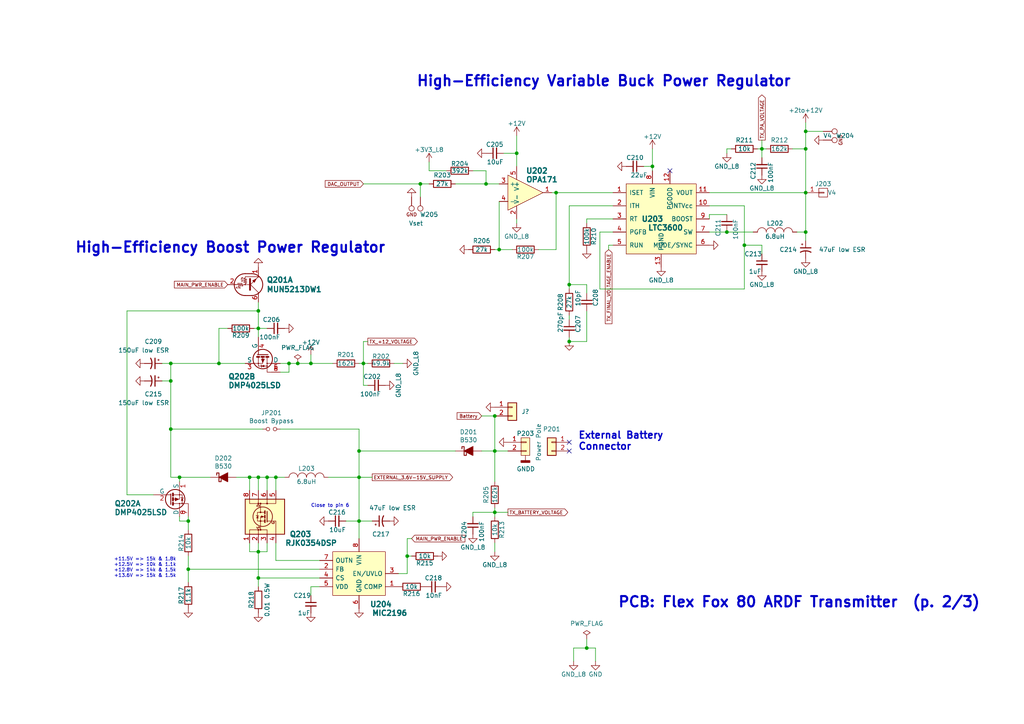
<source format=kicad_sch>
(kicad_sch (version 20211123) (generator eeschema)
  (paper "A4")
  (title_block (title "ARDF 2-Band Mini Transmitter") (date "2020-10-16") (rev "P2.1"))
  (junction (at 49.53 124.46))
  (junction (at 49.53 110.49))
  (junction (at 215.9 71.12))
  (junction (at 220.98 43.18))
  (junction (at 104.14 130.81))
  (junction (at 74.93 138.43))
  (junction (at 63.5 105.41))
  (junction (at 140.97 53.34))
  (junction (at 105.41 105.41))
  (junction (at 49.53 105.41))
  (junction (at 118.11 161.29))
  (junction (at 189.23 48.26))
  (junction (at 72.39 138.43))
  (junction (at 104.14 151.13))
  (junction (at 210.82 67.31))
  (junction (at 74.93 167.64))
  (junction (at 74.93 90.17))
  (junction (at 143.51 130.81))
  (junction (at 104.14 138.43))
  (junction (at 165.1 82.55))
  (junction (at 86.36 105.41))
  (junction (at 121.92 53.34))
  (junction (at 77.47 138.43))
  (junction (at 83.82 105.41))
  (junction (at 233.68 38.1))
  (junction (at 165.1 99.06))
  (junction (at 90.17 105.41))
  (junction (at 233.68 67.31))
  (junction (at 74.93 160.02))
  (junction (at 233.68 55.88))
  (junction (at 52.07 138.43))
  (junction (at 170.18 187.96))
  (junction (at 233.68 43.18))
  (junction (at 54.61 151.13))
  (junction (at 74.93 95.25))
  (junction (at 144.78 72.39))
  (junction (at 149.86 44.45))
  (junction (at 161.29 55.88))
  (junction (at 143.51 148.59))
  (junction (at 143.51 120.65))
  (junction (at 54.61 165.1))
  (junction (at 80.01 138.43))
  (no_connect (at 165.1 128.27))
  (no_connect (at 194.31 49.53))
  (no_connect (at 165.1 130.81))
  (wire (pts (xy 83.82 107.95) (xy 81.28 107.95)))
  (wire (pts (xy 90.17 102.87) (xy 90.17 105.41)))
  (wire (pts (xy 144.78 72.39) (xy 148.59 72.39)))
  (wire (pts (xy 74.93 167.64) (xy 74.93 160.02)))
  (wire (pts (xy 137.16 49.53) (xy 140.97 49.53)))
  (wire (pts (xy 233.68 43.18) (xy 233.68 55.88)))
  (wire (pts (xy 80.01 138.43) (xy 82.55 138.43)))
  (wire (pts (xy 74.93 90.17) (xy 74.93 95.25)))
  (wire (pts (xy 36.83 90.17) (xy 74.93 90.17)))
  (wire (pts (xy 210.82 44.45) (xy 210.82 43.18)))
  (wire (pts (xy 105.41 99.06) (xy 105.41 105.41)))
  (wire (pts (xy 161.29 55.88) (xy 177.8 55.88)))
  (wire (pts (xy 144.78 58.42) (xy 144.78 72.39)))
  (wire (pts (xy 86.36 105.41) (xy 83.82 105.41)))
  (wire (pts (xy 74.93 142.24) (xy 74.93 138.43)))
  (wire (pts (xy 83.82 105.41) (xy 83.82 107.95)))
  (wire (pts (xy 170.18 63.5) (xy 177.8 63.5)))
  (wire (pts (xy 215.9 59.69) (xy 215.9 71.12)))
  (wire (pts (xy 104.14 156.21) (xy 104.14 151.13)))
  (wire (pts (xy 210.82 43.18) (xy 212.09 43.18)))
  (wire (pts (xy 170.18 187.96) (xy 172.72 187.96)))
  (wire (pts (xy 156.21 72.39) (xy 161.29 72.39)))
  (wire (pts (xy 92.71 162.56) (xy 80.01 162.56)))
  (wire (pts (xy 132.08 53.34) (xy 140.97 53.34)))
  (wire (pts (xy 72.39 138.43) (xy 74.93 138.43)))
  (wire (pts (xy 238.76 38.1) (xy 233.68 38.1)))
  (wire (pts (xy 165.1 92.71) (xy 165.1 91.44)))
  (wire (pts (xy 74.93 138.43) (xy 77.47 138.43)))
  (wire (pts (xy 90.17 105.41) (xy 96.52 105.41)))
  (wire (pts (xy 233.68 55.88) (xy 233.68 67.31)))
  (wire (pts (xy 63.5 95.25) (xy 66.04 95.25)))
  (wire (pts (xy 77.47 138.43) (xy 80.01 138.43)))
  (wire (pts (xy 176.53 71.12) (xy 177.8 71.12)))
  (wire (pts (xy 90.17 170.18) (xy 92.71 170.18)))
  (wire (pts (xy 205.74 62.23) (xy 210.82 62.23)))
  (wire (pts (xy 119.38 156.21) (xy 118.11 156.21)))
  (wire (pts (xy 92.71 167.64) (xy 74.93 167.64)))
  (wire (pts (xy 137.16 148.59) (xy 137.16 149.86)))
  (wire (pts (xy 215.9 71.12) (xy 215.9 83.82)))
  (wire (pts (xy 46.99 110.49) (xy 49.53 110.49)))
  (wire (pts (xy 220.98 40.64) (xy 220.98 43.18)))
  (wire (pts (xy 107.95 151.13) (xy 104.14 151.13)))
  (wire (pts (xy 116.84 105.41) (xy 114.3 105.41)))
  (wire (pts (xy 170.18 185.42) (xy 170.18 187.96)))
  (wire (pts (xy 205.74 67.31) (xy 210.82 67.31)))
  (wire (pts (xy 170.18 82.55) (xy 165.1 82.55)))
  (wire (pts (xy 36.83 143.51) (xy 44.45 143.51)))
  (wire (pts (xy 220.98 71.12) (xy 220.98 73.66)))
  (wire (pts (xy 176.53 72.39) (xy 176.53 71.12)))
  (wire (pts (xy 140.97 49.53) (xy 140.97 53.34)))
  (wire (pts (xy 149.86 64.77) (xy 149.86 63.5)))
  (wire (pts (xy 170.18 99.06) (xy 165.1 99.06)))
  (wire (pts (xy 220.98 43.18) (xy 222.25 43.18)))
  (wire (pts (xy 104.14 151.13) (xy 104.14 138.43)))
  (wire (pts (xy 115.57 166.37) (xy 118.11 166.37)))
  (wire (pts (xy 72.39 157.48) (xy 72.39 160.02)))
  (wire (pts (xy 74.93 160.02) (xy 77.47 160.02)))
  (wire (pts (xy 60.96 138.43) (xy 52.07 138.43)))
  (wire (pts (xy 205.74 59.69) (xy 215.9 59.69)))
  (wire (pts (xy 121.92 57.15) (xy 121.92 53.34)))
  (wire (pts (xy 233.68 67.31) (xy 231.14 67.31)))
  (wire (pts (xy 77.47 160.02) (xy 77.47 157.48)))
  (wire (pts (xy 80.01 138.43) (xy 80.01 142.24)))
  (wire (pts (xy 189.23 43.18) (xy 189.23 48.26)))
  (wire (pts (xy 72.39 142.24) (xy 72.39 138.43)))
  (wire (pts (xy 105.41 105.41) (xy 106.68 105.41)))
  (wire (pts (xy 54.61 149.86) (xy 54.61 151.13)))
  (wire (pts (xy 143.51 148.59) (xy 137.16 148.59)))
  (wire (pts (xy 143.51 160.02) (xy 143.51 157.48)))
  (wire (pts (xy 46.99 105.41) (xy 49.53 105.41)))
  (wire (pts (xy 172.72 187.96) (xy 172.72 191.77)))
  (wire (pts (xy 118.11 161.29) (xy 119.38 161.29)))
  (wire (pts (xy 219.71 43.18) (xy 220.98 43.18)))
  (wire (pts (xy 233.68 35.56) (xy 233.68 38.1)))
  (wire (pts (xy 106.68 99.06) (xy 105.41 99.06)))
  (wire (pts (xy 118.11 156.21) (xy 118.11 161.29)))
  (wire (pts (xy 118.11 166.37) (xy 118.11 161.29)))
  (wire (pts (xy 170.18 99.06) (xy 170.18 90.17)))
  (wire (pts (xy 186.69 48.26) (xy 189.23 48.26)))
  (wire (pts (xy 149.86 39.37) (xy 149.86 44.45)))
  (wire (pts (xy 49.53 124.46) (xy 49.53 138.43)))
  (wire (pts (xy 177.8 59.69) (xy 165.1 59.69)))
  (wire (pts (xy 146.05 44.45) (xy 149.86 44.45)))
  (wire (pts (xy 173.99 83.82) (xy 173.99 67.31)))
  (wire (pts (xy 74.93 157.48) (xy 74.93 160.02)))
  (wire (pts (xy 220.98 71.12) (xy 215.9 71.12)))
  (wire (pts (xy 165.1 99.06) (xy 165.1 97.79)))
  (wire (pts (xy 105.41 111.76) (xy 105.41 105.41)))
  (wire (pts (xy 129.54 49.53) (xy 124.46 49.53)))
  (wire (pts (xy 233.68 67.31) (xy 233.68 69.85)))
  (wire (pts (xy 143.51 139.7) (xy 143.51 130.81)))
  (wire (pts (xy 104.14 105.41) (xy 105.41 105.41)))
  (wire (pts (xy 161.29 72.39) (xy 161.29 55.88)))
  (wire (pts (xy 100.33 151.13) (xy 104.14 151.13)))
  (wire (pts (xy 81.28 124.46) (xy 104.14 124.46)))
  (wire (pts (xy 52.07 151.13) (xy 54.61 151.13)))
  (wire (pts (xy 72.39 160.02) (xy 74.93 160.02)))
  (wire (pts (xy 166.37 191.77) (xy 166.37 187.96)))
  (wire (pts (xy 36.83 90.17) (xy 36.83 143.51)))
  (wire (pts (xy 107.95 138.43) (xy 104.14 138.43)))
  (wire (pts (xy 189.23 48.26) (xy 189.23 49.53)))
  (wire (pts (xy 210.82 67.31) (xy 218.44 67.31)))
  (wire (pts (xy 143.51 130.81) (xy 139.7 130.81)))
  (wire (pts (xy 77.47 95.25) (xy 74.93 95.25)))
  (wire (pts (xy 104.14 130.81) (xy 132.08 130.81)))
  (wire (pts (xy 105.41 53.34) (xy 121.92 53.34)))
  (wire (pts (xy 143.51 120.65) (xy 143.51 130.81)))
  (wire (pts (xy 80.01 162.56) (xy 80.01 157.48)))
  (wire (pts (xy 205.74 63.5) (xy 205.74 62.23)))
  (wire (pts (xy 233.68 38.1) (xy 233.68 43.18)))
  (wire (pts (xy 215.9 83.82) (xy 173.99 83.82)))
  (wire (pts (xy 140.97 53.34) (xy 144.78 53.34)))
  (wire (pts (xy 104.14 124.46) (xy 104.14 130.81)))
  (wire (pts (xy 160.02 55.88) (xy 161.29 55.88)))
  (wire (pts (xy 104.14 130.81) (xy 104.14 138.43)))
  (wire (pts (xy 124.46 49.53) (xy 124.46 46.99)))
  (wire (pts (xy 77.47 142.24) (xy 77.47 138.43)))
  (wire (pts (xy 147.32 148.59) (xy 143.51 148.59)))
  (wire (pts (xy 54.61 168.91) (xy 54.61 165.1)))
  (wire (pts (xy 104.14 138.43) (xy 95.25 138.43)))
  (wire (pts (xy 121.92 53.34) (xy 124.46 53.34)))
  (wire (pts (xy 68.58 138.43) (xy 72.39 138.43)))
  (wire (pts (xy 173.99 67.31) (xy 177.8 67.31)))
  (wire (pts (xy 54.61 165.1) (xy 92.71 165.1)))
  (wire (pts (xy 63.5 105.41) (xy 63.5 95.25)))
  (wire (pts (xy 49.53 105.41) (xy 63.5 105.41)))
  (wire (pts (xy 139.7 120.65) (xy 143.51 120.65)))
  (wire (pts (xy 170.18 63.5) (xy 170.18 64.77)))
  (wire (pts (xy 149.86 44.45) (xy 149.86 48.26)))
  (wire (pts (xy 205.74 55.88) (xy 233.68 55.88)))
  (wire (pts (xy 165.1 59.69) (xy 165.1 82.55)))
  (wire (pts (xy 49.53 110.49) (xy 49.53 124.46)))
  (wire (pts (xy 143.51 72.39) (xy 144.78 72.39)))
  (wire (pts (xy 76.2 124.46) (xy 49.53 124.46)))
  (wire (pts (xy 74.93 87.63) (xy 74.93 90.17)))
  (wire (pts (xy 81.28 105.41) (xy 83.82 105.41)))
  (wire (pts (xy 90.17 172.72) (xy 90.17 170.18)))
  (wire (pts (xy 143.51 148.59) (xy 143.51 149.86)))
  (wire (pts (xy 52.07 149.86) (xy 52.07 151.13)))
  (wire (pts (xy 165.1 82.55) (xy 165.1 83.82)))
  (wire (pts (xy 52.07 139.7) (xy 52.07 138.43)))
  (wire (pts (xy 49.53 138.43) (xy 52.07 138.43)))
  (wire (pts (xy 229.87 43.18) (xy 233.68 43.18)))
  (wire (pts (xy 54.61 165.1) (xy 54.61 161.29)))
  (wire (pts (xy 90.17 105.41) (xy 86.36 105.41)))
  (wire (pts (xy 54.61 151.13) (xy 54.61 153.67)))
  (wire (pts (xy 170.18 82.55) (xy 170.18 85.09)))
  (wire (pts (xy 73.66 95.25) (xy 74.93 95.25)))
  (wire (pts (xy 143.51 147.32) (xy 143.51 148.59)))
  (wire (pts (xy 106.68 111.76) (xy 105.41 111.76)))
  (wire (pts (xy 147.32 130.81) (xy 143.51 130.81)))
  (wire (pts (xy 71.12 105.41) (xy 63.5 105.41)))
  (wire (pts (xy 166.37 187.96) (xy 170.18 187.96)))
  (wire (pts (xy 49.53 110.49) (xy 49.53 105.41)))
  (wire (pts (xy 220.98 43.18) (xy 220.98 45.72)))
  (wire (pts (xy 74.93 170.18) (xy 74.93 167.64)))
  (wire (pts (xy 74.93 95.25) (xy 74.93 97.79)))
  (text "PCB: Flex Fox 80 ARDF Transmitter  (p. 2/3)" (at 179.07 176.53 0) (effects (font (size 2.9972 2.9972) (thickness 0.5994) bold) (justify left bottom)))
  (text "High-Efficiency Boost Power Regulator" (at 21.59 73.66 0) (effects (font (size 2.9972 2.9972) (thickness 0.5994) bold) (justify left bottom)))
  (text "Close to pin 6" (at 90.17 147.32 0) (effects (font (size 0.9906 0.9906)) (justify left bottom)))
  (text "External Battery\nConnector" (at 167.64 130.81 0) (effects (font (size 2.0066 2.0066) (thickness 0.4013) bold) (justify left bottom)))
  (text "High-Efficiency Variable Buck Power Regulator" (at 120.65 25.4 0) (effects (font (size 2.9972 2.9972) (thickness 0.5994) bold) (justify left bottom)))
  (text "+11.5V => 15k & 1.8k\n+12.5V => 10k & 1.1k\n+12.8V => 14k & 1.5k\n+13.6V => 15k & 1.5k" (at 33.02 167.64 0) (effects (font (size 0.9906 0.9906)) (justify left bottom)))
  (global_label "TX_FINAL_VOLTAGE_ENABLE" (shape input) (at 176.53 72.39 270) (effects (font (size 0.9906 0.9906))) (property "Intersheet References" "${INTERSHEET_REFS}" (effects hide)))
  (global_label "Battery" (shape input) (at 139.7 120.65 180) (effects (font (size 0.9906 0.9906))) (property "Intersheet References" "${INTERSHEET_REFS}" (effects hide)))
  (global_label "DAC_OUTPUT" (shape input) (at 105.41 53.34 180) (effects (font (size 0.9906 0.9906))) (property "Intersheet References" "${INTERSHEET_REFS}" (effects hide)))
  (global_label "MAIN_PWR_ENABLE" (shape input) (at 66.04 82.55 180) (effects (font (size 0.9906 0.9906))) (property "Intersheet References" "${INTERSHEET_REFS}" (effects hide)))
  (global_label "MAIN_PWR_ENABLE" (shape input) (at 119.38 156.21 0) (effects (font (size 0.9906 0.9906))) (property "Intersheet References" "${INTERSHEET_REFS}" (effects hide)))
  (global_label "EXTERNAL_3.6V-15V_SUPPLY" (shape output) (at 107.95 138.43 0) (effects (font (size 0.9906 0.9906))) (property "Intersheet References" "${INTERSHEET_REFS}" (effects hide)))
  (global_label "TX_BATTERY_VOLTAGE" (shape output) (at 147.32 148.59 0) (effects (font (size 0.9906 0.9906))) (property "Intersheet References" "${INTERSHEET_REFS}" (effects hide)))
  (global_label "TX_+12_VOLTAGE" (shape output) (at 106.68 99.06 0) (effects (font (size 0.9906 0.9906))) (property "Intersheet References" "${INTERSHEET_REFS}" (effects hide)))
  (global_label "TX_PA_VOLTAGE" (shape output) (at 220.98 40.64 90) (effects (font (size 0.9906 0.9906))) (property "Intersheet References" "${INTERSHEET_REFS}" (effects hide)))
  (symbol (lib_id "FlexFox80-rescue:LTC3600-Regulator_Switching") (at 191.77 63.5 0) (unit 1)
    (property "Reference" "U203" (at 189.23 63.5 0) (effects (font (size 1.5494 1.5494) bold)))
    (property "Value" "LTC3600" (at 193.04 66.04 0) (effects (font (size 1.5494 1.5494) bold)))
    (property "Footprint" "Housings_SSOP:SSOP-12_Pad" (effects hide))
    (property "Digi-Key Part No." "LTC3600EMSE#PBF-ND" (effects hide))
    (property "Link" "<a href=\"https://www.digikey.com/products/en?keywords=LTC3600EMSE%23PBF-ND\">Link</a>" (effects hide))
    (property "Manufacturer" "Analog Devices Inc." (effects hide))
    (property "Manufacturer PN" "LTC3600EMSE#PBF" (effects hide))
    (property "Description" "IC REG BUCK PROG 1.5A 12MSOP" (effects hide))
    (property "LCSC Part Number" "C580752" (effects hide))
  )
  (symbol (lib_id "Device:C_Small") (at 220.98 76.2 0) (unit 1)
    (property "Reference" "C213" (at 215.9 73.66 0) (effects (justify left)))
    (property "Value" "1uF" (at 217.17 78.74 0) (effects (justify left)))
    (property "Footprint" "Capacitors_SMD:C_0805" (effects hide))
    (property "Digi-Key Part No." "311-1365-1-ND" (effects hide))
    (property "Link" "<a href=\"https://www.digikey.com/products/en?keywords=311-1365-1-ND\">Link</a>" (effects hide))
    (property "Manufacturer" "Yageo" (effects hide))
    (property "Manufacturer PN" "CC0805KKX7R7BB105" (effects hide))
    (property "Description" "CAP CER 1UF 16V X7R 0805" (effects hide))
    (property "LCSC Part Number" "C344171" (effects hide))
  )
  (symbol (lib_id "FlexFox80-rescue:GND_L8-ARDF-2-Band-MiniTx-rescue") (at 220.98 78.74 0) (unit 1)
    (property "Reference" "#PWR082" (effects hide))
    (property "Value" "GND_L8" (at 220.98 82.55 0))
  )
  (symbol (lib_id "FlexFox80-rescue:GND_L8-ARDF-2-Band-MiniTx-rescue") (at 191.77 77.47 0) (unit 1)
    (property "Reference" "#PWR083" (effects hide))
    (property "Value" "GND_L8" (at 191.77 81.28 0))
  )
  (symbol (lib_id "FlexFox80-rescue:GND_L8-ARDF-2-Band-MiniTx-rescue") (at 233.68 74.93 0) (unit 1)
    (property "Reference" "#PWR084" (effects hide))
    (property "Value" "GND_L8" (at 233.68 78.74 0))
  )
  (symbol (lib_id "FlexFox80-rescue:GND_L8-ARDF-2-Band-MiniTx-rescue") (at 181.61 48.26 270) (unit 1)
    (property "Reference" "#PWR0113" (effects hide))
    (property "Value" "GND_L8" (effects hide))
  )
  (symbol (lib_id "Device:C_Small") (at 184.15 48.26 270) (unit 1)
    (property "Reference" "C210" (at 181.61 45.72 90) (effects (justify left)))
    (property "Value" "22uF" (at 182.88 50.8 90) (effects (justify left)))
    (property "Footprint" "Capacitors_SMD:C_1210" (effects hide))
    (property "Digi-Key Part No." "1276-3373-1-ND" (effects hide))
    (property "Link" "<a href=\"https://www.digikey.com/products/en?keywords=1276-3373-1-ND\">Link</a>" (effects hide))
    (property "Manufacturer" "Samsung Electro-Mechanics" (effects hide))
    (property "Manufacturer PN" "CL32A226MAJNNNE" (effects hide))
    (property "Description" "CAP CER 22UF 25V X5R 1210" (effects hide))
    (property "LCSC Part Number" "C337455" (effects hide))
  )
  (symbol (lib_id "FlexFox80-rescue:+3V3_L8-ARDF-2-Band-MiniTx-rescue") (at 124.46 46.99 0) (unit 1)
    (property "Reference" "#PWR085" (effects hide))
    (property "Value" "+3V3_L8" (at 124.46 43.434 0))
  )
  (symbol (lib_id "Device:R") (at 133.35 49.53 90) (unit 1)
    (property "Reference" "R204" (at 133.35 47.498 90))
    (property "Value" "392k" (at 133.35 49.53 90))
    (property "Footprint" "Resistors_SMD:R_0805" (effects hide))
    (property "Digi-Key Part No." "311-392KCRCT-ND" (effects hide))
    (property "Link" "<a href=\"https://www.digikey.com/products/en?keywords=311-392KCRCT-ND\">Link</a>" (effects hide))
    (property "Manufacturer" "Yageo" (effects hide))
    (property "Manufacturer PN" "RC0805FR-07392KL" (effects hide))
    (property "Description" "RES SMD 392K OHM 1% 1/8W 0805" (effects hide))
    (property "LCSC Part Number" "C273847" (effects hide))
  )
  (symbol (lib_id "Device:R") (at 152.4 72.39 270) (unit 1)
    (property "Reference" "R207" (at 152.4 74.422 90))
    (property "Value" "100k" (at 152.4 72.39 90))
    (property "Footprint" "Resistors_SMD:R_0805" (effects hide))
    (property "Digi-Key Part No." "311-100KCRCT-ND" (effects hide))
    (property "Link" "<a href=\"https://www.digikey.com/products/en?keywords=311-100KCRCT-ND\">Link</a>" (effects hide))
    (property "Manufacturer" "Yageo" (effects hide))
    (property "Manufacturer PN" "RC0805FR-07100KL" (effects hide))
    (property "Description" "RES SMD 100K OHM 1% 1/8W 0805" (effects hide))
    (property "LCSC Part Number" "C103905" (effects hide))
  )
  (symbol (lib_id "FlexFox80-rescue:GND_L8-ARDF-2-Band-MiniTx-rescue") (at 149.86 64.77 0) (unit 1)
    (property "Reference" "#PWR088" (effects hide))
    (property "Value" "GND_L8" (at 149.86 68.58 0))
    (property "Part No." "311-100KCRCT-ND" (effects hide))
    (property "Link" "https://www.digikey.com/products/en?keywords=311-100KCRCT-ND" (effects hide))
  )
  (symbol (lib_id "FlexFox80-rescue:GND_L8-ARDF-2-Band-MiniTx-rescue") (at 135.89 72.39 270) (unit 1)
    (property "Reference" "#PWR089" (effects hide))
    (property "Value" "GND_L8" (effects hide))
  )
  (symbol (lib_id "FlexFox80-rescue:GND_L8-ARDF-2-Band-MiniTx-rescue") (at 140.97 44.45 270) (unit 1)
    (property "Reference" "#PWR090" (effects hide))
    (property "Value" "GND_L8" (effects hide))
  )
  (symbol (lib_id "Device:R") (at 226.06 43.18 270) (unit 1)
    (property "Reference" "R212" (at 226.06 40.64 90))
    (property "Value" "162k" (at 226.06 43.18 90))
    (property "Footprint" "Resistors_SMD:R_0805" (effects hide))
    (property "Digi-Key Part No." "311-162KCRCT-ND" (effects hide))
    (property "Link" "<a href=\"https://www.digikey.com/products/en?keywords=311-162KCRCT-ND\">Link</a>" (effects hide))
    (property "Manufacturer" "Yageo" (effects hide))
    (property "Manufacturer PN" "RC0805FR-07162KL" (effects hide))
    (property "Description" "RES SMD 162K OHM 1% 1/8W 0805" (effects hide))
    (property "LCSC Part Number" "C416820" (effects hide))
  )
  (symbol (lib_id "FlexFox80-rescue:GND_L8-ARDF-2-Band-MiniTx-rescue") (at 210.82 44.45 0) (unit 1)
    (property "Reference" "#PWR091" (effects hide))
    (property "Value" "GND_L8" (at 210.82 48.26 0))
  )
  (symbol (lib_id "FlexFox80-rescue:GND_L8-ARDF-2-Band-MiniTx-rescue") (at 220.98 50.8 0) (unit 1)
    (property "Reference" "#PWR092" (effects hide))
    (property "Value" "GND_L8" (at 220.98 54.61 0))
  )
  (symbol (lib_id "Device:R") (at 110.49 105.41 90) (unit 1)
    (property "Reference" "R202" (at 110.49 103.378 90))
    (property "Value" "49.9k" (at 110.49 105.41 90))
    (property "Footprint" "Resistors_SMD:R_0805" (effects hide))
    (property "Digi-Key Part No." "YAG4990CT-ND" (effects hide))
    (property "Link" "<a href=\"https://www.digikey.com/products/en?keywords=YAG4990CT-ND\">Link</a>" (effects hide))
    (property "Manufacturer" "Yageo" (effects hide))
    (property "Manufacturer PN" "RT0805BRE0749K9L" (effects hide))
    (property "Description" "RES SMD 49.9K OHM 0.1% 1/8W 0805" (effects hide))
    (property "LCSC Part Number" "C218598" (effects hide))
  )
  (symbol (lib_id "FlexFox80-rescue:GND_L8-ARDF-2-Band-MiniTx-rescue") (at 116.84 105.41 90) (unit 1)
    (property "Reference" "#PWR093" (effects hide))
    (property "Value" "GND_L8" (at 120.65 105.41 0))
  )
  (symbol (lib_id "FlexFox80-rescue:GND_L8-ARDF-2-Band-MiniTx-rescue") (at 111.76 111.76 90) (unit 1)
    (property "Reference" "#PWR094" (effects hide))
    (property "Value" "GND_L8" (at 115.57 111.76 0))
  )
  (symbol (lib_id "power:+12V") (at 189.23 43.18 0) (unit 1)
    (property "Reference" "#PWR095" (effects hide))
    (property "Value" "+12V" (at 189.23 39.624 0))
  )
  (symbol (lib_id "FlexFox80-rescue:GND_L8-ARDF-2-Band-MiniTx-rescue") (at 170.18 72.39 0) (unit 1)
    (property "Reference" "#PWR097" (effects hide))
    (property "Value" "GND_L8" (effects hide))
  )
  (symbol (lib_id "FlexFox80-rescue:OPA171-Amplifier_Operational") (at 152.4 55.88 0) (unit 1)
    (property "Reference" "U202" (at 152.4 49.53 0) (effects (font (size 1.5494 1.5494) bold) (justify left)))
    (property "Value" "OPA171" (at 152.4 52.07 0) (effects (font (size 1.5494 1.5494) bold) (justify left)))
    (property "Footprint" "TO_SOT_Packages_SMD:SOT-23-5_MCP" (effects hide))
    (property "Digi-Key Part No." "296-37698-1-ND" (effects hide))
    (property "Link" "<a href=\"https://www.digikey.com/products/en?keywords=296-37698-1-ND\">Link</a>" (effects hide))
    (property "Manufacturer" "Texas Instruments" (effects hide))
    (property "Manufacturer PN" "OPA171AIDBVR" (effects hide))
    (property "Description" "IC OPAMP GP 1 CIRCUIT SOT23-5" (effects hide))
    (property "LCSC Part Number" "C88036" (effects hide))
  )
  (symbol (lib_id "FlexFox80-rescue:GND_L8-ARDF-2-Band-MiniTx-rescue") (at 147.32 128.27 270) (unit 1)
    (property "Reference" "#PWR0100" (effects hide))
    (property "Value" "GND_L8" (effects hide))
  )
  (symbol (lib_id "FlexFox80-rescue:CP1_Small-Device") (at 233.68 72.39 0) (unit 1)
    (property "Reference" "C214" (at 226.06 72.39 0) (effects (justify left)))
    (property "Value" "47uF low ESR" (at 237.49 72.39 0) (effects (justify left)))
    (property "Footprint" "Capacitors_SMD:C_2917" (effects hide))
    (property "Digi-Key Part No." "399-3904-1-ND" (effects hide))
    (property "Link" "<a href=\"https://www.digikey.com/products/en?keywords=399-3904-1-ND\">Link</a>" (effects hide))
    (property "Manufacturer" "KEMET" (effects hide))
    (property "Manufacturer PN" "T495X476K020ATE150" (effects hide))
    (property "Description" "CAP TANT 47UF 10% 20V 2917" (effects hide))
    (property "LCSC Part Number" "C122333" (effects hide))
  )
  (symbol (lib_id "FlexFox80-rescue:PowerPole_1x2_pin-Connector") (at 152.4 129.54 0) (unit 1)
    (property "Reference" "P203" (at 152.4 125.73 0))
    (property "Value" "Power Pole" (effects hide))
    (property "Footprint" "Connect:PowerPole-ASMPP30-1x2" (effects hide))
    (property "Digi-Key Part No." "2243-ASMPP30-1X2-RK-ND" (effects hide))
    (property "Link" "<a href=\"https://www.digikey.com/products/en?keywords=2243-ASMPP30-1X2-RK-ND\">Link</a>" (effects hide))
    (property "Manufacturer" "Anderson Power Products, Inc." (effects hide))
    (property "Manufacturer PN" "TH" (effects hide))
    (property "Description" "TH" (effects hide))
  )
  (symbol (lib_id "FlexFox80-rescue:GND_L8-ARDF-2-Band-MiniTx-rescue") (at 205.74 71.12 90) (mirror x) (unit 1)
    (property "Reference" "#PWR0163" (effects hide))
    (property "Value" "GND_L8" (effects hide))
  )
  (symbol (lib_id "FlexFox80-rescue:+2to+12V-ARDF-2-Band-MiniTx-rescue") (at 233.68 35.56 0) (unit 1)
    (property "Reference" "#PWR0165" (effects hide))
    (property "Value" "+2to+12V" (at 233.68 32.004 0))
  )
  (symbol (lib_id "Device:C_Small") (at 165.1 95.25 0) (unit 1)
    (property "Reference" "C207" (at 167.64 96.52 90) (effects (justify left)))
    (property "Value" "270pF" (at 162.56 96.52 90) (effects (justify left)))
    (property "Footprint" "Capacitors_SMD:C_0805" (effects hide))
    (property "Digi-Key Part No." "1276-2624-1-ND" (effects hide))
    (property "Link" "<a href=\"https://www.digikey.com/products/en?keywords=1276-2624-1-ND\">Link</a>" (effects hide))
    (property "Manufacturer" "Samsung Electro-Mechanics" (effects hide))
    (property "Manufacturer PN" "CL21C271GBANNNC" (effects hide))
    (property "Description" "CAP CER 270PF 50V C0G/NP0 0805" (effects hide))
    (property "LCSC Part Number" "C161109" (effects hide))
  )
  (symbol (lib_id "Device:C_Small") (at 170.18 87.63 0) (unit 1)
    (property "Reference" "C208" (at 172.72 88.9 90) (effects (justify left)))
    (property "Value" "10pF" (at 167.64 88.9 90) (effects (justify left)))
    (property "Footprint" "Capacitors_SMD:C_0805" (effects hide))
    (property "Digi-Key Part No." "478-10457-1-ND" (effects hide))
    (property "Link" "<a href=\"https://www.digikey.com/products/en?keywords=478-10457-1-ND\">Link<a/>" (effects hide))
    (property "Manufacturer" "AVX Corporation" (effects hide))
    (property "Manufacturer PN" "08052U100FAT2A" (effects hide))
    (property "Description" "CAP CER 10PF 200V C0G/NP0 0805" (effects hide))
    (property "LCSC Part Number" "C344177" (effects hide))
  )
  (symbol (lib_id "FlexFox80-rescue:GND_L8-ARDF-2-Band-MiniTx-rescue") (at 165.1 99.06 0) (unit 1)
    (property "Reference" "#PWR0103" (effects hide))
    (property "Value" "GND_L8" (effects hide))
  )
  (symbol (lib_id "power:+12V") (at 149.86 39.37 0) (unit 1)
    (property "Reference" "#PWR0166" (effects hide))
    (property "Value" "+12V" (at 149.86 35.814 0))
  )
  (symbol (lib_id "special:TEST_SCOPE") (at 238.76 38.1 270) (unit 1)
    (property "Reference" "W204" (at 245.11 39.37 90))
    (property "Value" "V4" (at 240.03 39.37 90))
    (property "Footprint" "Measurement_Points:Measurement_Point_ScopeProbe_Round-SMD-2sides-Pad_Small" (effects hide))
    (property "Digi-Key Part No." "np" (effects hide))
    (property "Link" "np" (effects hide))
  )
  (symbol (lib_id "FlexFox80-rescue:GND_L8-ARDF-2-Band-MiniTx-rescue") (at 238.76 40.64 270) (unit 1)
    (property "Reference" "#PWR0107" (effects hide))
    (property "Value" "GND_L8" (effects hide))
  )
  (symbol (lib_id "FlexFox80-rescue:GND_L8-ARDF-2-Band-MiniTx-rescue") (at 166.37 191.77 0) (unit 1)
    (property "Reference" "#PWR0110" (effects hide))
    (property "Value" "GND_L8" (at 166.37 195.58 0))
  )
  (symbol (lib_id "power:GND") (at 172.72 191.77 0) (unit 1)
    (property "Reference" "#PWR0111" (effects hide))
    (property "Value" "GND" (at 172.72 195.58 0))
  )
  (symbol (lib_id "power:PWR_FLAG") (at 170.18 185.42 0) (unit 1)
    (property "Reference" "#FLG0112" (effects hide))
    (property "Value" "PWR_FLAG" (at 170.18 180.848 0))
  )
  (symbol (lib_id "FlexFox80-rescue:CONN_01X01-ARDF-2-Band-MiniTx-rescue") (at 238.76 55.88 0) (unit 1)
    (property "Reference" "J203" (at 238.76 53.34 0))
    (property "Value" "V4" (at 241.3 55.88 0))
    (property "Footprint" "Pin_Headers:Pin_Header_Straight_1x01_circle_pad" (effects hide))
    (property "Digi-Key Part No." "np" (effects hide))
    (property "Link" "np" (effects hide))
  )
  (symbol (lib_id "Device:R") (at 128.27 53.34 270) (unit 1)
    (property "Reference" "R203" (at 128.27 50.8 90))
    (property "Value" "27k" (at 128.27 53.34 90))
    (property "Footprint" "Resistors_SMD:R_0805" (effects hide))
    (property "Digi-Key Part No." "311-27.0KCRCT-ND" (effects hide))
    (property "Link" "<a href=\"https://www.digikey.com/products/en?keywords=311-27.0KCRCT-ND\">Link</a>" (effects hide))
    (property "Manufacturer" "Yageo" (effects hide))
    (property "Manufacturer PN" "RC0805FR-0727KL" (effects hide))
    (property "Description" "RES SMD 27K OHM 1% 1/8W 0805" (effects hide))
    (property "LCSC Part Number" "C139896" (effects hide))
  )
  (symbol (lib_id "Device:R") (at 143.51 153.67 0) (unit 1)
    (property "Reference" "R213" (at 145.542 153.67 90))
    (property "Value" "10k" (at 143.51 153.67 90))
    (property "Footprint" "Resistors_SMD:R_0805" (effects hide))
    (property "Digi-Key Part No." "311-10KLGCT-ND" (effects hide))
    (property "Link" "<a href=\"https://www.digikey.com/products/en?keywords=311-10KLGCT-ND\">Link</a>" (effects hide))
    (property "Manufacturer" "Yageo" (effects hide))
    (property "Manufacturer PN" "AC0805FR-0710KL" (effects hide))
    (property "Description" "RES SMD 10K OHM 1% 1/8W 0805" (effects hide))
    (property "LCSC Part Number" "C38522" (effects hide))
  )
  (symbol (lib_id "FlexFox80-rescue:GND_L8-ARDF-2-Band-MiniTx-rescue") (at 143.51 160.02 0) (unit 1)
    (property "Reference" "#PWR0114" (effects hide))
    (property "Value" "GND_L8" (at 143.51 163.83 0))
  )
  (symbol (lib_id "FlexFox80-rescue:GND_L8-ARDF-2-Band-MiniTx-rescue") (at 137.16 154.94 0) (unit 1)
    (property "Reference" "#PWR0115" (effects hide))
    (property "Value" "GND_L8" (at 137.16 158.75 0))
  )
  (symbol (lib_id "special:TEST_SCOPE") (at 121.92 57.15 180) (unit 1)
    (property "Reference" "W205" (at 124.46 62.23 0))
    (property "Value" "Vset" (at 120.65 64.77 0))
    (property "Footprint" "Measurement_Points:Measurement_Point_ScopeProbe_Round-SMD-2sides-Pad_Small" (effects hide))
    (property "Digi-Key Part No." "np" (effects hide))
    (property "Link" "np" (effects hide))
    (property "Manufacturer" "np" (effects hide))
  )
  (symbol (lib_id "FlexFox80-rescue:GND_L8-ARDF-2-Band-MiniTx-rescue") (at 119.38 57.15 180) (unit 1)
    (property "Reference" "#PWR0172" (effects hide))
    (property "Value" "GND_L8" (effects hide))
  )
  (symbol (lib_id "FlexFox80-rescue:D_Schottky_ALT-Device") (at 64.77 138.43 0) (unit 1)
    (property "Reference" "D202" (at 64.77 132.9182 0))
    (property "Value" "B530" (at 64.77 135.2296 0))
    (property "Footprint" "Diodes_SMD:DO-214AB" (effects hide))
    (property "Digi-Key Part No." "B530C-FDICT-ND" (effects hide))
    (property "Link" "<a href=\"https://www.digikey.com/products/en?keywords=B530C-FDICT-ND\">Link</a>" (effects hide))
    (property "Manufacturer" "Diodes Incorporated" (effects hide))
    (property "Manufacturer PN" "B530C-13-F" (effects hide))
    (property "Description" "DIODE SCHOTTKY 30V 5A SMC" (effects hide))
    (property "LCSC Part Number" "C110488" (effects hide))
  )
  (symbol (lib_id "Connector_Generic:Conn_01x02") (at 160.02 128.27 0) (mirror y) (unit 1)
    (property "Reference" "P201" (at 160.02 124.46 0))
    (property "Value" "Power Pole" (at 156.21 128.27 90))
    (property "Footprint" "Connect:PowerPole-ASMPP30-1x2" (effects hide))
    (property "Digi-Key Part No." "2243-ASMPP30-1X2-RK-ND" (effects hide))
    (property "Link" "<a href=\"https://www.digikey.com/products/en?keywords=2243-ASMPP30-1X2-RK-ND\">Link</a>" (effects hide))
    (property "Manufacturer" "Anderson Power Products, Inc." (effects hide))
    (property "Manufacturer PN" "TH" (effects hide))
    (property "Value" "Power Pole" (effects hide))
    (property "Footprint" "Connect:PowerPole-ASMPP30-1x2" (effects hide))
  )
  (symbol (lib_id "Device:C_Small") (at 143.51 44.45 90) (unit 1)
    (property "Reference" "C205" (at 146.05 41.91 90) (effects (justify left)))
    (property "Value" "10uF" (at 146.05 46.99 90) (effects (justify left)))
    (property "Footprint" "Capacitors_SMD:C_0805" (effects hide))
    (property "Digi-Key Part No." "490-5523-1-ND" (effects hide))
    (property "Link" "<a href=\"https://www.digikey.com/products/en?keywords=490-5523-1-ND\">Link</a>" (effects hide))
    (property "Manufacturer" "Murata Electronics" (effects hide))
    (property "Manufacturer PN" "GRM21BR61E106KA73L" (effects hide))
    (property "Description" "CAP CER 10UF 25V X5R 0805" (effects hide))
    (property "LCSC Part Number" "C84416" (effects hide))
  )
  (symbol (lib_id "Device:C_Small") (at 97.79 151.13 90) (unit 1)
    (property "Reference" "C216" (at 100.33 148.59 90) (effects (justify left)))
    (property "Value" "10uF" (at 100.33 153.67 90) (effects (justify left)))
    (property "Footprint" "Capacitors_SMD:C_0805" (effects hide))
    (property "Digi-Key Part No." "490-5523-1-ND" (effects hide))
    (property "Link" "<a href=\"https://www.digikey.com/products/en?keywords=490-5523-1-ND\">Link</a>" (effects hide))
    (property "Manufacturer" "Murata Electronics" (effects hide))
    (property "Manufacturer PN" "GRM21BR61E106KA73L" (effects hide))
    (property "Description" "CAP CER 10UF 25V X5R 0805" (effects hide))
    (property "LCSC Part Number" "C84416" (effects hide))
  )
  (symbol (lib_id "Device:R") (at 170.18 68.58 0) (unit 1)
    (property "Reference" "R210" (at 172.212 68.58 90))
    (property "Value" "100k" (at 170.18 68.58 90))
    (property "Footprint" "Resistors_SMD:R_0805" (effects hide))
    (property "Digi-Key Part No." "311-100KCRCT-ND" (effects hide))
    (property "Link" "<a href=\"https://www.digikey.com/products/en?keywords=311-100KCRCT-ND\">Link</a>" (effects hide))
    (property "Manufacturer" "Yageo" (effects hide))
    (property "Manufacturer PN" "RC0805FR-07100KL" (effects hide))
    (property "Description" "RES SMD 100K OHM 1% 1/8W 0805" (effects hide))
    (property "LCSC Part Number" "C103905" (effects hide))
  )
  (symbol (lib_id "Device:R") (at 165.1 87.63 0) (unit 1)
    (property "Reference" "R208" (at 162.56 87.63 90))
    (property "Value" "27k" (at 165.1 87.63 90))
    (property "Footprint" "Resistors_SMD:R_0805" (effects hide))
    (property "Digi-Key Part No." "311-27.0KCRCT-ND" (effects hide))
    (property "Link" "<a href=\"https://www.digikey.com/products/en?keywords=311-27.0KCRCT-ND\">Link</a>" (effects hide))
    (property "Manufacturer" "Yageo" (effects hide))
    (property "Manufacturer PN" "RC0805FR-0727KL" (effects hide))
    (property "Description" "RES SMD 27K OHM 1% 1/8W 0805" (effects hide))
    (property "LCSC Part Number" "C139896" (effects hide))
  )
  (symbol (lib_id "Device:C_Small") (at 210.82 64.77 180) (unit 1)
    (property "Reference" "C211" (at 208.28 63.5 90) (effects (justify left)))
    (property "Value" "100nF" (at 213.36 63.5 90) (effects (justify left)))
    (property "Footprint" "Capacitors_SMD:C_0805" (effects hide))
    (property "Digi-Key Part No." "478-1395-1-ND" (effects hide))
    (property "Link" "<a href=\"https://www.digikey.com/products/en?keywords=478-1395-1-ND\">Link</a>" (effects hide))
    (property "Manufacturer" "AVX Corporation" (effects hide))
    (property "Manufacturer PN" "08055C104KAT2A" (effects hide))
    (property "Description" "CAP CER 0.1UF 50V X7R 0805" (effects hide))
    (property "LCSC Part Number" "C360619" (effects hide))
  )
  (symbol (lib_id "Device:C_Small") (at 109.22 111.76 90) (unit 1)
    (property "Reference" "C202" (at 110.49 109.22 90) (effects (justify left)))
    (property "Value" "100nF" (at 110.49 114.3 90) (effects (justify left)))
    (property "Footprint" "Capacitors_SMD:C_0805" (effects hide))
    (property "Digi-Key Part No." "478-1395-1-ND" (effects hide))
    (property "Link" "<a href=\"https://www.digikey.com/products/en?keywords=478-1395-1-ND\">Link</a>" (effects hide))
    (property "Manufacturer" "AVX Corporation" (effects hide))
    (property "Manufacturer PN" "08055C104KAT2A" (effects hide))
    (property "Description" "CAP CER 0.1UF 50V X7R 0805" (effects hide))
    (property "LCSC Part Number" "C360619" (effects hide))
  )
  (symbol (lib_id "Device:C_Small") (at 137.16 152.4 180) (unit 1)
    (property "Reference" "C204" (at 134.62 151.13 90) (effects (justify left)))
    (property "Value" "100nF" (at 139.7 151.13 90) (effects (justify left)))
    (property "Footprint" "Capacitors_SMD:C_0805" (effects hide))
    (property "Digi-Key Part No." "478-1395-1-ND" (effects hide))
    (property "Link" "<a href=\"https://www.digikey.com/products/en?keywords=478-1395-1-ND\">Link</a>" (effects hide))
    (property "Manufacturer" "AVX Corporation" (effects hide))
    (property "Manufacturer PN" "08055C104KAT2A" (effects hide))
    (property "Description" "CAP CER 0.1UF 50V X7R 0805" (effects hide))
    (property "LCSC Part Number" "C360619" (effects hide))
  )
  (symbol (lib_id "FlexFox80-rescue:D_Schottky_ALT-Device") (at 135.89 130.81 0) (unit 1)
    (property "Reference" "D201" (at 135.89 125.2982 0))
    (property "Value" "B530" (at 135.89 127.6096 0))
    (property "Footprint" "Diodes_SMD:DO-214AB" (effects hide))
    (property "Digi-Key Part No." "B530C-FDICT-ND" (effects hide))
    (property "Link" "<a href=\"https://www.digikey.com/products/en?keywords=B530C-FDICT-ND\">Link</a>" (effects hide))
    (property "Manufacturer" "Diodes Incorporated" (effects hide))
    (property "Manufacturer PN" "B530C-13-F" (effects hide))
    (property "Description" "DIODE SCHOTTKY 30V 5A SMC" (effects hide))
    (property "LCSC Part Number" "C110488" (effects hide))
  )
  (symbol (lib_id "Device:C_Small") (at 220.98 48.26 180) (unit 1)
    (property "Reference" "C212" (at 218.44 46.99 90) (effects (justify left)))
    (property "Value" "100nF" (at 223.52 46.99 90) (effects (justify left)))
    (property "Footprint" "Capacitors_SMD:C_0805" (effects hide))
    (property "Digi-Key Part No." "478-1395-1-ND" (effects hide))
    (property "Link" "<a href=\"https://www.digikey.com/products/en?keywords=478-1395-1-ND\">Link</a>" (effects hide))
    (property "Manufacturer" "AVX Corporation" (effects hide))
    (property "Manufacturer PN" "08055C104KAT2A" (effects hide))
    (property "Description" "CAP CER 0.1UF 50V X7R 0805" (effects hide))
    (property "LCSC Part Number" "C360619" (effects hide))
  )
  (symbol (lib_id "Device:R") (at 143.51 143.51 0) (unit 1)
    (property "Reference" "R205" (at 140.97 143.51 90))
    (property "Value" "162k" (at 143.51 143.51 90))
    (property "Footprint" "Resistors_SMD:R_0805" (effects hide))
    (property "Digi-Key Part No." "311-162KCRCT-ND" (effects hide))
    (property "Link" "<a href=\"https://www.digikey.com/products/en?keywords=311-162KCRCT-ND\">Link</a>" (effects hide))
    (property "Manufacturer" "Yageo" (effects hide))
    (property "Manufacturer PN" "RC0805FR-07162KL" (effects hide))
    (property "Description" "RES SMD 162K OHM 1% 1/8W 0805" (effects hide))
    (property "LCSC Part Number" "C416820" (effects hide))
  )
  (symbol (lib_id "Device:R") (at 215.9 43.18 270) (unit 1)
    (property "Reference" "R211" (at 215.9 40.64 90))
    (property "Value" "10k" (at 215.9 43.18 90))
    (property "Footprint" "Resistors_SMD:R_0805" (effects hide))
    (property "Digi-Key Part No." "311-10KLGCT-ND" (effects hide))
    (property "Link" "<a href=\"https://www.digikey.com/products/en?keywords=311-10KLGCT-ND\">Link</a>" (effects hide))
    (property "Manufacturer" "Yageo" (effects hide))
    (property "Manufacturer PN" "AC0805FR-0710KL" (effects hide))
    (property "Description" "RES SMD 10K OHM 1% 1/8W 0805" (effects hide))
    (property "LCSC Part Number" "C38522" (effects hide))
  )
  (symbol (lib_id "FlexFox80-rescue:CP1_Small-Device") (at 110.49 151.13 90) (unit 1)
    (property "Reference" "C217" (at 113.03 154.94 90) (effects (justify left)))
    (property "Value" "47uF low ESR" (at 120.65 147.32 90) (effects (justify left)))
    (property "Footprint" "Capacitors_SMD:C_2917" (effects hide))
    (property "Digi-Key Part No." "399-3904-1-ND" (effects hide))
    (property "Link" "<a href=\"https://www.digikey.com/products/en?keywords=399-3904-1-ND\">Link</a>" (effects hide))
    (property "Manufacturer" "KEMET" (effects hide))
    (property "Manufacturer PN" "T495X476K020ATE150" (effects hide))
    (property "Description" "CAP TANT 47UF 10% 20V 2917" (effects hide))
    (property "LCSC Part Number" "C122333" (effects hide))
  )
  (symbol (lib_id "Device:R") (at 100.33 105.41 270) (unit 1)
    (property "Reference" "R201" (at 100.33 102.87 90))
    (property "Value" "162k" (at 100.33 105.41 90))
    (property "Footprint" "Resistors_SMD:R_0805" (effects hide))
    (property "Digi-Key Part No." "311-162KCRCT-ND" (effects hide))
    (property "Link" "<a href=\"https://www.digikey.com/products/en?keywords=311-162KCRCT-ND\">Link</a>" (effects hide))
    (property "Manufacturer" "Yageo" (effects hide))
    (property "Manufacturer PN" "RC0805FR-07162KL" (effects hide))
    (property "Description" "RES SMD 162K OHM 1% 1/8W 0805" (effects hide))
    (property "LCSC Part Number" "C416820" (effects hide))
  )
  (symbol (lib_id "Device:R") (at 119.38 170.18 270) (unit 1)
    (property "Reference" "R216" (at 119.38 172.212 90))
    (property "Value" "10k" (at 119.38 170.18 90))
    (property "Footprint" "Resistors_SMD:R_0805" (effects hide))
    (property "Digi-Key Part No." "311-10KLGCT-ND" (effects hide))
    (property "Link" "<a href=\"https://www.digikey.com/products/en?keywords=311-10KLGCT-ND\">Link</a>" (effects hide))
    (property "Manufacturer" "Yageo" (effects hide))
    (property "Manufacturer PN" "AC0805FR-0710KL" (effects hide))
    (property "Description" "RES SMD 10K OHM 1% 1/8W 0805" (effects hide))
    (property "LCSC Part Number" "C38522" (effects hide))
  )
  (symbol (lib_id "Device:R") (at 123.19 161.29 270) (unit 1)
    (property "Reference" "R215" (at 123.19 163.322 90))
    (property "Value" "10k" (at 123.19 161.29 90))
    (property "Footprint" "Resistors_SMD:R_0805" (effects hide))
    (property "Digi-Key Part No." "311-10KLGCT-ND" (effects hide))
    (property "Link" "<a href=\"https://www.digikey.com/products/en?keywords=311-10KLGCT-ND\">Link</a>" (effects hide))
    (property "Manufacturer" "Yageo" (effects hide))
    (property "Manufacturer PN" "AC0805FR-0710KL" (effects hide))
    (property "Description" "RES SMD 10K OHM 1% 1/8W 0805" (effects hide))
    (property "LCSC Part Number" "C38522" (effects hide))
  )
  (symbol (lib_id "Device:C_Small") (at 90.17 175.26 0) (unit 1)
    (property "Reference" "C219" (at 85.09 172.72 0) (effects (justify left)))
    (property "Value" "1uF" (at 86.36 177.8 0) (effects (justify left)))
    (property "Footprint" "Capacitors_SMD:C_0805" (effects hide))
    (property "Digi-Key Part No." "311-1365-1-ND" (effects hide))
    (property "Link" "<a href=\"https://www.digikey.com/products/en?keywords=311-1365-1-ND\">Link</a>" (effects hide))
    (property "Manufacturer" "Yageo" (effects hide))
    (property "Manufacturer PN" "CC0805KKX7R7BB105" (effects hide))
    (property "Description" "CAP CER 1UF 16V X7R 0805" (effects hide))
    (property "LCSC Part Number" "C344171" (effects hide))
  )
  (symbol (lib_id "power:PWR_FLAG") (at 86.36 105.41 0) (unit 1)
    (property "Reference" "#FLG0106" (effects hide))
    (property "Value" "PWR_FLAG" (at 86.36 100.838 0))
  )
  (symbol (lib_id "FlexFox80-rescue:MUN5213DW1-Transistor_BJT") (at 72.39 82.55 0) (mirror x) (unit 1)
    (property "Reference" "Q201" (at 77.1652 81.1784 0) (effects (font (size 1.5494 1.5494) bold) (justify left)))
    (property "Value" "MUN5213DW1" (at 77.1652 83.9216 0) (effects (font (size 1.5494 1.5494) bold) (justify left)))
    (property "Footprint" "TO_SOT_Packages_SMD:SOT-363-0.65" (effects hide))
    (property "Digi-Key Part No." "MUN5213DW1T1GOSCT-ND" (effects hide))
    (property "Link" "<a href=\"https://www.digikey.com/products/en?keywords=MUN5213DW1T1GOSCT-ND\">Link</a>" (effects hide))
    (property "Manufacturer" "ON Semiconductor" (effects hide))
    (property "Manufacturer PN" "MUN5213DW1T1G" (effects hide))
    (property "Description" "TRANS PREBIAS 2NPN 50V SC88" (effects hide))
    (property "LCSC Part Number" "C95381" (effects hide))
  )
  (symbol (lib_id "FlexFox80-rescue:DMP4025LSD-Transistor_FET") (at 76.2 102.87 270) (unit 2)
    (property "Reference" "Q202" (at 66.04 109.22 90) (effects (font (size 1.5494 1.5494) bold) (justify left)))
    (property "Value" "DMP4025LSD" (at 66.04 111.76 90) (effects (font (size 1.5494 1.5494) bold) (justify left)))
    (property "Footprint" "Housings_SOIC:SOIC-8_3.9x4.9mm_Pitch1.27mm" (effects hide))
    (property "Digi-Key Part No." "DMP4025LSD-13DICT-ND" (effects hide))
    (property "Link" "<a href=\"https://www.digikey.com/products/en?keywords=DMP4025LSD-13DICT-ND\">Link</a>" (effects hide))
    (property "Manufacturer" "Diodes Incorporated" (effects hide))
    (property "Manufacturer PN" "DMP4025LSD-13" (effects hide))
    (property "Description" "MOSFET 2P-CH 40V 6.9A 8SO" (effects hide))
    (property "LCSC Part Number" "C150763" (effects hide))
  )
  (symbol (lib_id "FlexFox80-rescue:CP1_Small-Device") (at 44.45 105.41 270) (unit 1)
    (property "Reference" "C209" (at 41.91 99.06 90) (effects (justify left)))
    (property "Value" "150uF low ESR" (at 34.29 101.6 90) (effects (justify left)))
    (property "Footprint" "Capacitors_SMD:C_2917" (effects hide))
    (property "Digi-Key Part No." "478-5253-1-ND" (effects hide))
    (property "Link" "<a href=\"https://www.digikey.com/products/en?keywords=478-5253-1-ND\">Link</a>" (effects hide))
    (property "Description" "CAP TANT 150UF 10% 20V 2917" (effects hide))
    (property "Manufacturer" "AVX Corporation" (effects hide))
    (property "Manufacturer PN" "TPME157K020R0035" (effects hide))
    (property "LCSC Part Number" "C444765" (effects hide))
  )
  (symbol (lib_id "FlexFox80-rescue:MIC2196-Power_Management") (at 104.14 166.37 0) (mirror y) (unit 1)
    (property "Reference" "U204" (at 110.49 175.26 0) (effects (font (size 1.5494 1.5494) bold)))
    (property "Value" "MIC2196" (at 113.03 177.8 0) (effects (font (size 1.5494 1.5494) bold)))
    (property "Footprint" "Housings_SOIC:SOIC-8_3.9x4.9mm_Pitch1.27mm" (effects hide))
    (property "Digi-Key Part No." "MIC2196YM-CT-ND" (effects hide))
    (property "Link" "<a href=\"https://www.digikey.com/products/en?keywords=MIC2196YM-CT-ND\">Link</a>" (effects hide))
    (property "Manufacturer" "Microchip Technology" (effects hide))
    (property "Manufacturer PN" "MIC2196YM-TR" (effects hide))
    (property "Description" "IC REG CTRLR BOOST 8SOIC" (effects hide))
    (property "LCSC Part Number" "C627808" (effects hide))
  )
  (symbol (lib_id "FlexFox80-rescue:DMP4025LSD-Transistor_FET") (at 49.53 144.78 0) (mirror x) (unit 1)
    (property "Reference" "Q202" (at 33.02 146.05 0) (effects (font (size 1.5494 1.5494) bold) (justify left)))
    (property "Value" "DMP4025LSD" (at 33.02 148.59 0) (effects (font (size 1.5494 1.5494) bold) (justify left)))
    (property "Footprint" "Housings_SOIC:SOIC-8_3.9x4.9mm_Pitch1.27mm" (effects hide))
    (property "Digi-Key Part No." "DMP4025LSD-13DICT-ND" (effects hide))
    (property "Link" "<a href=\"https://www.digikey.com/products/en?keywords=DMP4025LSD-13DICT-ND\">Link</a>" (effects hide))
    (property "Manufacturer" "Diodes Incorporated" (effects hide))
    (property "Manufacturer PN" "DMP4025LSD-13" (effects hide))
    (property "Description" "MOSFET 2P-CH 40V 6.9A 8SO" (effects hide))
    (property "LCSC Part Number" "C150763" (effects hide))
  )
  (symbol (lib_id "FlexFox80-rescue:SI4884BDY-Transistor_FET") (at 77.47 149.86 90) (unit 1)
    (property "Reference" "Q203" (at 83.82 154.94 90) (effects (font (size 1.5494 1.5494) bold) (justify right)))
    (property "Value" "RJK0354DSP" (at 82.55 157.48 90) (effects (font (size 1.5494 1.5494) bold) (justify right)))
    (property "Footprint" "Housings_SOIC:SOIC-8_3.9x4.9mm_Pitch1.27mm" (effects hide))
    (property "Digi-Key Part No." "RJK0354DSP-00#J0CT-ND" (effects hide))
    (property "Manufacturer" "Renesas Electronics America Inc" (effects hide))
    (property "Manufacturer PN" "RJK0354DSP-00#J0" (effects hide))
    (property "Description" "MOSFET N-CH 30V 16A 8SOP" (effects hide))
    (property "Link" "<a href=\"https://www.digikey.com/products/en?keywords=RJK0354DSP-00#J0CT-ND\">Link</a>" (effects hide))
    (property "LCSC Part Number" "C919563" (effects hide))
  )
  (symbol (lib_id "Device:R") (at 69.85 95.25 270) (unit 1)
    (property "Reference" "R209" (at 69.85 97.282 90))
    (property "Value" "100k" (at 69.85 95.25 90))
    (property "Footprint" "Resistors_SMD:R_0805" (effects hide))
    (property "Digi-Key Part No." "311-100KCRCT-ND" (effects hide))
    (property "Link" "<a href=\"https://www.digikey.com/products/en?keywords=311-100KCRCT-ND\">Link</a>" (effects hide))
    (property "Manufacturer" "Yageo" (effects hide))
    (property "Manufacturer PN" "RC0805FR-07100KL" (effects hide))
    (property "Description" "RES SMD 100K OHM 1% 1/8W 0805" (effects hide))
    (property "LCSC Part Number" "C103905" (effects hide))
  )
  (symbol (lib_id "Device:C_Small") (at 80.01 95.25 90) (unit 1)
    (property "Reference" "C206" (at 81.28 92.71 90) (effects (justify left)))
    (property "Value" "100nF" (at 81.28 97.79 90) (effects (justify left)))
    (property "Footprint" "Capacitors_SMD:C_0805" (effects hide))
    (property "Digi-Key Part No." "478-1395-1-ND" (effects hide))
    (property "Link" "<a href=\"https://www.digikey.com/products/en?keywords=478-1395-1-ND\">Link</a>" (effects hide))
    (property "Manufacturer" "AVX Corporation" (effects hide))
    (property "Manufacturer PN" "08055C104KAT2A" (effects hide))
    (property "Description" "CAP CER 0.1UF 50V X7R 0805" (effects hide))
    (property "LCSC Part Number" "C360619" (effects hide))
  )
  (symbol (lib_id "FlexFox80-rescue:GND_L8-ARDF-2-Band-MiniTx-rescue") (at 82.55 95.25 90) (unit 1)
    (property "Reference" "#PWR0109" (effects hide))
    (property "Value" "GND_L8" (effects hide))
  )
  (symbol (lib_id "power:GNDD") (at 152.4 132.08 0) (unit 1)
    (property "Reference" "#PWR0106" (effects hide))
    (property "Value" "GNDD" (at 152.5016 136.017 0))
  )
  (symbol (lib_id "FlexFox80-rescue:GND_L8-ARDF-2-Band-MiniTx-rescue") (at 113.03 151.13 90) (unit 1)
    (property "Reference" "#PWR0149" (effects hide))
    (property "Value" "GND_L8" (effects hide))
  )
  (symbol (lib_id "FlexFox80-rescue:GND_L8-ARDF-2-Band-MiniTx-rescue") (at 95.25 151.13 270) (mirror x) (unit 1)
    (property "Reference" "#PWR0160" (effects hide))
    (property "Value" "GND_L8" (effects hide))
  )
  (symbol (lib_id "Device:R") (at 54.61 157.48 180) (unit 1)
    (property "Reference" "R214" (at 52.578 157.48 90))
    (property "Value" "10k" (at 54.61 157.48 90))
    (property "Footprint" "Resistors_SMD:R_0805" (effects hide))
    (property "Digi-Key Part No." "311-10KLGCT-ND" (effects hide))
    (property "Link" "<a href=\"https://www.digikey.com/products/en?keywords=311-10KLGCT-ND\">Link</a>" (effects hide))
    (property "Manufacturer" "Yageo" (effects hide))
    (property "Manufacturer PN" "AC0805FR-0710KL" (effects hide))
    (property "Description" "RES SMD 10K OHM 1% 1/8W 0805" (effects hide))
    (property "LCSC Part Number" "C38522" (effects hide))
  )
  (symbol (lib_id "Device:R") (at 54.61 172.72 180) (unit 1)
    (property "Reference" "R217" (at 52.578 172.72 90))
    (property "Value" "1.1k" (at 54.61 172.72 90))
    (property "Footprint" "Resistors_SMD:R_0805" (effects hide))
    (property "Digi-Key Part No." "311-1.10KCRCT-ND" (effects hide))
    (property "Link" "<a href=\"https://www.digikey.com/products/en?keywords=311-1.10KCRCT-ND\">Link</a>" (effects hide))
    (property "Manufacturer" "Yageo" (effects hide))
    (property "Manufacturer PN" "RC0805FR-071K1L" (effects hide))
    (property "Description" "RES SMD 1.1K OHM 1% 1/8W 0805" (effects hide))
    (property "LCSC Part Number" "C352257" (effects hide))
  )
  (symbol (lib_id "FlexFox80-rescue:GND_L8-ARDF-2-Band-MiniTx-rescue") (at 54.61 176.53 0) (unit 1)
    (property "Reference" "#PWR0164" (effects hide))
    (property "Value" "GND_L8" (effects hide))
  )
  (symbol (lib_id "FlexFox80-rescue:GND_L8-ARDF-2-Band-MiniTx-rescue") (at 104.14 176.53 0) (unit 1)
    (property "Reference" "#PWR0170" (effects hide))
    (property "Value" "GND_L8" (effects hide))
  )
  (symbol (lib_id "FlexFox80-rescue:GND_L8-ARDF-2-Band-MiniTx-rescue") (at 90.17 177.8 0) (unit 1)
    (property "Reference" "#PWR0174" (effects hide))
    (property "Value" "GND_L8" (effects hide))
  )
  (symbol (lib_id "Device:R") (at 74.93 173.99 180) (unit 1)
    (property "Reference" "R218" (at 72.898 173.99 90))
    (property "Value" "0.01 0.5W" (at 77.47 173.99 90))
    (property "Footprint" "Resistors_SMD:R_0805" (effects hide))
    (property "Digi-Key Part No." "408-1544-1-ND" (effects hide))
    (property "Link" "<a href=\"https://www.digikey.com/products/en?keywords=408-1544-1-ND\">Link</a>" (effects hide))
    (property "Manufacturer" "Susumu" (effects hide))
    (property "Manufacturer PN" "KRL1220E-M-R010-F-T5" (effects hide))
    (property "Description" "RES 0.01 OHM 1% 1/2W 0805" (effects hide))
    (property "LCSC Part Number" "C728271" (effects hide))
  )
  (symbol (lib_id "FlexFox80-rescue:GND_L8-ARDF-2-Band-MiniTx-rescue") (at 74.93 177.8 0) (unit 1)
    (property "Reference" "#PWR0192" (effects hide))
    (property "Value" "GND_L8" (effects hide))
  )
  (symbol (lib_id "FlexFox80-rescue:CP1_Small-Device") (at 44.45 110.49 270) (unit 1)
    (property "Reference" "C215" (at 41.91 114.3 90) (effects (justify left)))
    (property "Value" "150uF low ESR" (at 34.29 116.84 90) (effects (justify left)))
    (property "Footprint" "Capacitors_SMD:C_2917" (effects hide))
    (property "Digi-Key Part No." "478-5253-1-ND" (effects hide))
    (property "Link" "<a href=\"https://www.digikey.com/products/en?keywords=478-5253-1-ND\">Link</a>" (effects hide))
    (property "Description" "CAP TANT 150UF 10% 20V 2917" (effects hide))
    (property "Manufacturer" "AVX Corporation" (effects hide))
    (property "Manufacturer PN" "TPME157K020R0035" (effects hide))
    (property "LCSC Part Number" "C444765" (effects hide))
  )
  (symbol (lib_id "FlexFox80-rescue:GND_L8-ARDF-2-Band-MiniTx-rescue") (at 41.91 105.41 270) (unit 1)
    (property "Reference" "#PWR0193" (effects hide))
    (property "Value" "GND_L8" (effects hide))
  )
  (symbol (lib_id "FlexFox80-rescue:GND_L8-ARDF-2-Band-MiniTx-rescue") (at 41.91 110.49 270) (unit 1)
    (property "Reference" "#PWR0194" (effects hide))
    (property "Value" "GND_L8" (effects hide))
  )
  (symbol (lib_id "Device:C_Small") (at 125.73 170.18 90) (unit 1)
    (property "Reference" "C218" (at 128.27 167.64 90) (effects (justify left)))
    (property "Value" "10nF" (at 128.27 172.72 90) (effects (justify left)))
    (property "Footprint" "Capacitors_SMD:C_0805" (effects hide))
    (property "Digi-Key Part No." "478-10068-1-ND" (effects hide))
    (property "Link" "<a href=\"https://www.digikey.com/products/en?keywords=478-10068-1-ND\">Link</a>" (effects hide))
    (property "Manufacturer" "AVX Corporation" (effects hide))
    (property "Manufacturer PN" "08055A103JAT2A" (effects hide))
    (property "Description" "CAP CER 10000PF 50V NP0 0805" (effects hide))
    (property "LCSC Part Number" "C527201" (effects hide))
  )
  (symbol (lib_id "FlexFox80-rescue:GND_L8-ARDF-2-Band-MiniTx-rescue") (at 128.27 170.18 90) (unit 1)
    (property "Reference" "#PWR0195" (effects hide))
    (property "Value" "GND_L8" (effects hide))
  )
  (symbol (lib_id "FlexFox80-rescue:GND_L8-ARDF-2-Band-MiniTx-rescue") (at 127 161.29 90) (unit 1)
    (property "Reference" "#PWR0196" (effects hide))
    (property "Value" "GND_L8" (effects hide))
  )
  (symbol (lib_id "FlexFox80-rescue:GND_L8-ARDF-2-Band-MiniTx-rescue") (at 74.93 77.47 0) (mirror x) (unit 1)
    (property "Reference" "#PWR0197" (effects hide))
    (property "Value" "GND_L8" (effects hide))
  )
  (symbol (lib_id "power:+12V") (at 90.17 102.87 0) (unit 1)
    (property "Reference" "#PWR0198" (effects hide))
    (property "Value" "+12V" (at 90.17 99.314 0))
  )
  (symbol (lib_id "FlexFox80-rescue:INDUCTOR_SMALL-ARDF-2-Band-MiniTx-rescue") (at 224.79 67.31 0) (unit 1)
    (property "Reference" "L202" (at 224.79 64.77 0))
    (property "Value" "6.8uH" (at 224.79 68.58 0))
    (property "Footprint" "Inductors:CDR7D28MN" (effects hide))
    (property "Digi-Key Part No." "308-1328-1-ND" (effects hide))
    (property "Link" "<a href=\"https://www.digikey.com/products/en?keywords=308-1328-1-ND\">Link</a>" (effects hide))
    (property "Manufacturer" "Sumida America Components Inc." (effects hide))
    (property "Manufacturer PN" "CDR7D28MNNP-6R8NC" (effects hide))
    (property "Description" "FIXED IND 6.8UH 2.75A 46.3 MOHM" (effects hide))
  )
  (symbol (lib_id "Device:R") (at 139.7 72.39 270) (unit 1)
    (property "Reference" "R206" (at 139.7 69.85 90))
    (property "Value" "27k" (at 139.7 72.39 90))
    (property "Footprint" "Resistors_SMD:R_0805" (effects hide))
    (property "Digi-Key Part No." "311-27.0KCRCT-ND" (effects hide))
    (property "Link" "<a href=\"https://www.digikey.com/products/en?keywords=311-27.0KCRCT-ND\">Link</a>" (effects hide))
    (property "Manufacturer" "Yageo" (effects hide))
    (property "Manufacturer PN" "RC0805FR-0727KL" (effects hide))
    (property "Description" "RES SMD 27K OHM 1% 1/8W 0805" (effects hide))
    (property "LCSC Part Number" "C139896" (effects hide))
  )
  (symbol (lib_id "FlexFox80-rescue:Jumper_NO_Small-Device") (at 78.74 124.46 0) (unit 1)
    (property "Reference" "JP201" (at 78.74 119.761 0))
    (property "Value" "Boost Bypass" (at 78.74 122.0724 0))
    (property "Footprint" "Wire_Connections_Bridges:Solder-Jumper-NO-SMD-Pad_Small" (effects hide))
    (property "Digi-Key Part No." "np" (effects hide))
    (property "Link" "np" (effects hide))
    (property "Manufacturer" "np" (effects hide))
  )
  (symbol (lib_id "FlexFox80-rescue:INDUCTOR_SMALL-ARDF-2-Band-MiniTx-rescue") (at 88.9 138.43 0) (unit 1)
    (property "Reference" "L203" (at 88.9 135.89 0))
    (property "Value" "6.8uH" (at 88.9 139.7 0))
    (property "Footprint" "Inductors:CDR7D28MN" (effects hide))
    (property "Digi-Key Part No." "308-1328-1-ND" (effects hide))
    (property "Link" "<a href=\"https://www.digikey.com/products/en?keywords=308-1328-1-ND\">Link</a>" (effects hide))
    (property "Manufacturer" "Sumida America Components Inc." (effects hide))
    (property "Manufacturer PN" "CDR7D28MNNP-6R8NC" (effects hide))
    (property "Description" "FIXED IND 6.8UH 2.75A 46.3 MOHM" (effects hide))
  )
  (symbol (lib_id "Connector_Generic:Conn_01x02") (at 148.59 118.11 0) (unit 1)
    (property "Reference" "J?" (at 152.4 119.38 0))
  )
  (symbol (lib_id "FlexFox80-rescue:GND_L8-ARDF-2-Band-MiniTx-rescue") (at 143.51 118.11 270) (unit 1)
    (property "Reference" "#PWR?" (effects hide))
    (property "Value" "GND_L8" (effects hide))
  )
)
</source>
